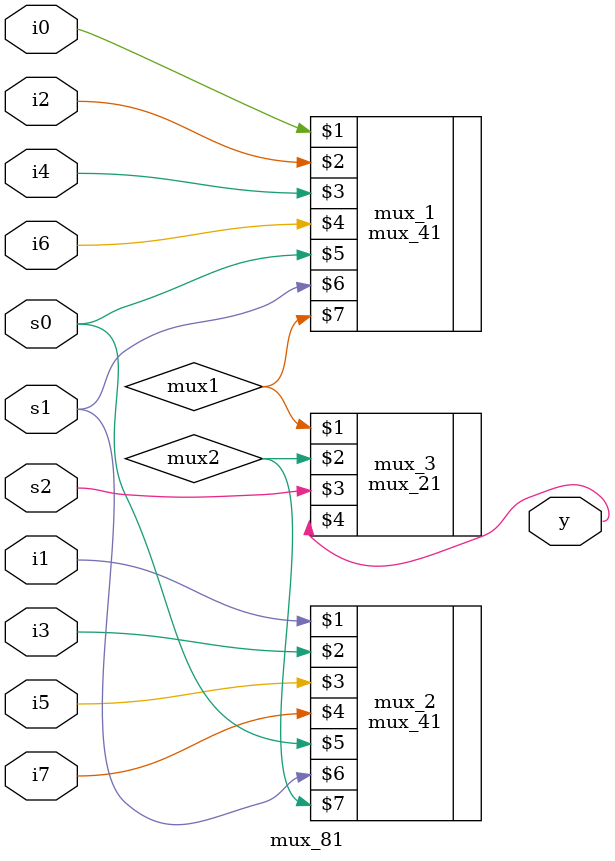
<source format=v>
`timescale 1ns / 1ps
module mux_81(i0,i1,i2,i3,i4,i5,i6,i7,s0,s1,s2,y);
input i0,i1,i2,i3,i4,i5,i6,i7,s0,s1,s2;
output y;
wire mux1,mux2;
mux_41 mux_1(i0,i2,i4,i6,s0,s1,mux1);
mux_41 mux_2(i1,i3,i5,i7,s0,s1,mux2);
mux_21 mux_3(mux1,mux2,s2,y);
endmodule

</source>
